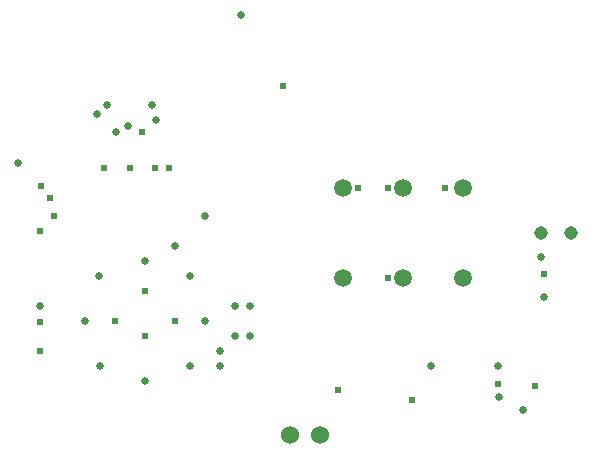
<source format=gbr>
G04 EAGLE Gerber RS-274X export*
G75*
%MOMM*%
%FSLAX34Y34*%
%LPD*%
%INCopper Layer 15*%
%IPPOS*%
%AMOC8*
5,1,8,0,0,1.08239X$1,22.5*%
G01*
%ADD10C,1.500000*%
%ADD11C,1.524000*%
%ADD12C,1.137919*%
%ADD13C,0.609600*%
%ADD14C,0.654800*%


D10*
X289560Y144780D03*
X340360Y144780D03*
X340360Y220980D03*
X289560Y220980D03*
X391160Y144780D03*
X391160Y220980D03*
D11*
X270256Y11684D03*
X244856Y11684D03*
D12*
X457200Y182880D03*
X482600Y182880D03*
D13*
X302260Y220980D03*
X327660Y220980D03*
X327660Y144780D03*
X452120Y53340D03*
X421132Y55118D03*
X348234Y41148D03*
X459994Y147828D03*
X119888Y268224D03*
X238760Y307340D03*
X286004Y49530D03*
D14*
X147320Y171704D03*
X121920Y159004D03*
X172720Y108204D03*
X121920Y57404D03*
X71120Y108204D03*
X83820Y70104D03*
X160020Y70104D03*
X160020Y146304D03*
X83693Y146304D03*
X33020Y120904D03*
X198120Y120904D03*
X210820Y120904D03*
D13*
X121920Y133350D03*
X121920Y95250D03*
X147320Y107950D03*
X96520Y107950D03*
D14*
X14732Y242316D03*
X98044Y267970D03*
D13*
X376428Y220980D03*
D14*
X128270Y290830D03*
X90424Y291084D03*
X459994Y128778D03*
X420878Y70104D03*
X198120Y95504D03*
X210820Y95504D03*
X185420Y82804D03*
D13*
X33020Y82804D03*
X33020Y107696D03*
X45466Y197104D03*
X109220Y238252D03*
X41910Y212852D03*
X87376Y237744D03*
D14*
X107696Y273558D03*
X81788Y283464D03*
D13*
X34290Y222758D03*
X131064Y238252D03*
X33020Y184404D03*
X142240Y238252D03*
D14*
X131826Y278130D03*
X172720Y197104D03*
X203200Y367538D03*
X421640Y44196D03*
X441960Y32766D03*
X364236Y70104D03*
X457200Y162306D03*
X185420Y70358D03*
M02*

</source>
